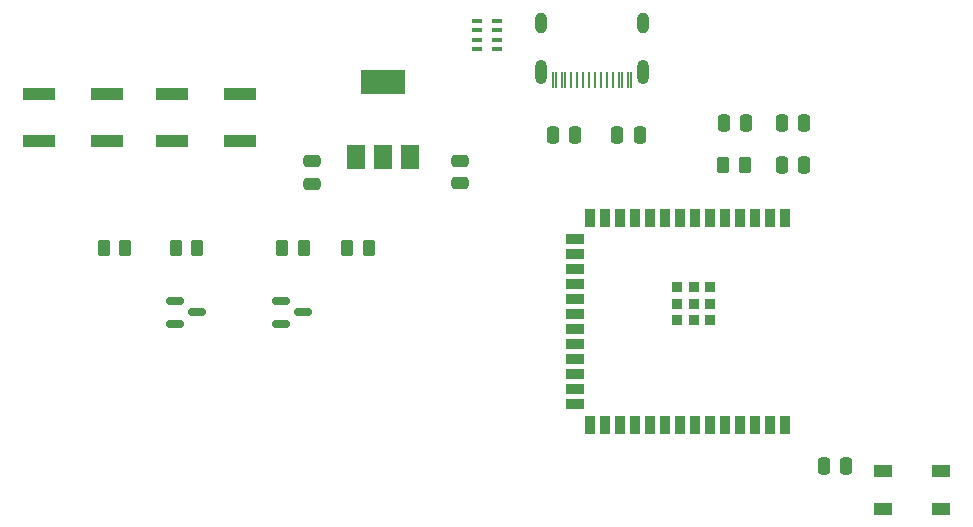
<source format=gbr>
%TF.GenerationSoftware,KiCad,Pcbnew,(6.0.7)*%
%TF.CreationDate,2022-09-04T12:35:54-05:00*%
%TF.ProjectId,Mechan-o-bell_PCB,4d656368-616e-42d6-9f2d-62656c6c5f50,rev?*%
%TF.SameCoordinates,Original*%
%TF.FileFunction,Paste,Top*%
%TF.FilePolarity,Positive*%
%FSLAX46Y46*%
G04 Gerber Fmt 4.6, Leading zero omitted, Abs format (unit mm)*
G04 Created by KiCad (PCBNEW (6.0.7)) date 2022-09-04 12:35:54*
%MOMM*%
%LPD*%
G01*
G04 APERTURE LIST*
G04 Aperture macros list*
%AMRoundRect*
0 Rectangle with rounded corners*
0 $1 Rounding radius*
0 $2 $3 $4 $5 $6 $7 $8 $9 X,Y pos of 4 corners*
0 Add a 4 corners polygon primitive as box body*
4,1,4,$2,$3,$4,$5,$6,$7,$8,$9,$2,$3,0*
0 Add four circle primitives for the rounded corners*
1,1,$1+$1,$2,$3*
1,1,$1+$1,$4,$5*
1,1,$1+$1,$6,$7*
1,1,$1+$1,$8,$9*
0 Add four rect primitives between the rounded corners*
20,1,$1+$1,$2,$3,$4,$5,0*
20,1,$1+$1,$4,$5,$6,$7,0*
20,1,$1+$1,$6,$7,$8,$9,0*
20,1,$1+$1,$8,$9,$2,$3,0*%
G04 Aperture macros list end*
%ADD10R,2.750000X1.000000*%
%ADD11RoundRect,0.250000X-0.250000X-0.475000X0.250000X-0.475000X0.250000X0.475000X-0.250000X0.475000X0*%
%ADD12RoundRect,0.250000X-0.262500X-0.450000X0.262500X-0.450000X0.262500X0.450000X-0.262500X0.450000X0*%
%ADD13R,0.900000X0.900000*%
%ADD14R,0.900000X1.500000*%
%ADD15R,1.500000X0.900000*%
%ADD16RoundRect,0.250000X-0.475000X0.250000X-0.475000X-0.250000X0.475000X-0.250000X0.475000X0.250000X0*%
%ADD17R,0.900000X0.400000*%
%ADD18RoundRect,0.150000X-0.587500X-0.150000X0.587500X-0.150000X0.587500X0.150000X-0.587500X0.150000X0*%
%ADD19RoundRect,0.250000X0.250000X0.475000X-0.250000X0.475000X-0.250000X-0.475000X0.250000X-0.475000X0*%
%ADD20R,1.500000X1.000000*%
%ADD21R,1.500000X2.000000*%
%ADD22R,3.800000X2.000000*%
%ADD23O,1.000000X1.800000*%
%ADD24O,1.000000X2.100000*%
%ADD25R,0.250000X1.400000*%
G04 APERTURE END LIST*
D10*
%TO.C,SW1*%
X113075000Y-70000000D03*
X107325000Y-70000000D03*
X113075000Y-66000000D03*
X107325000Y-66000000D03*
%TD*%
D11*
%TO.C,C1*%
X146950000Y-69500000D03*
X145050000Y-69500000D03*
%TD*%
D10*
%TO.C,SW2*%
X101875000Y-70000000D03*
X96125000Y-70000000D03*
X101875000Y-66000000D03*
X96125000Y-66000000D03*
%TD*%
D12*
%TO.C,R5*%
X155825000Y-72000000D03*
X154000000Y-72000000D03*
%TD*%
D13*
%TO.C,U2*%
X152940000Y-83750000D03*
X151540000Y-85150000D03*
X150140000Y-85150000D03*
X150140000Y-82350000D03*
X151540000Y-82350000D03*
X152940000Y-85150000D03*
X151540000Y-83750000D03*
X150140000Y-83750000D03*
X152940000Y-82350000D03*
D14*
X159260000Y-94000000D03*
X157990000Y-94000000D03*
X156720000Y-94000000D03*
X155450000Y-94000000D03*
X154180000Y-94000000D03*
X152910000Y-94000000D03*
X151640000Y-94000000D03*
X150370000Y-94000000D03*
X149100000Y-94000000D03*
X147830000Y-94000000D03*
X146560000Y-94000000D03*
X145290000Y-94000000D03*
X144020000Y-94000000D03*
X142750000Y-94000000D03*
D15*
X141500000Y-92235000D03*
X141500000Y-90965000D03*
X141500000Y-89695000D03*
X141500000Y-88425000D03*
X141500000Y-87155000D03*
X141500000Y-85885000D03*
X141500000Y-84615000D03*
X141500000Y-83345000D03*
X141500000Y-82075000D03*
X141500000Y-80805000D03*
X141500000Y-79535000D03*
X141500000Y-78265000D03*
D14*
X142750000Y-76500000D03*
X144020000Y-76500000D03*
X145290000Y-76500000D03*
X146560000Y-76500000D03*
X147830000Y-76500000D03*
X149100000Y-76500000D03*
X150370000Y-76500000D03*
X151640000Y-76500000D03*
X152910000Y-76500000D03*
X154180000Y-76500000D03*
X155450000Y-76500000D03*
X156720000Y-76500000D03*
X157990000Y-76500000D03*
X159260000Y-76500000D03*
%TD*%
D16*
%TO.C,C3*%
X131700000Y-73550000D03*
X131700000Y-71650000D03*
%TD*%
D11*
%TO.C,C8*%
X164450000Y-97500000D03*
X162550000Y-97500000D03*
%TD*%
D17*
%TO.C,RN1*%
X134850000Y-59800000D03*
X134850000Y-60600000D03*
X134850000Y-61400000D03*
X134850000Y-62200000D03*
X133150000Y-62200000D03*
X133150000Y-61400000D03*
X133150000Y-60600000D03*
X133150000Y-59800000D03*
%TD*%
D12*
%TO.C,R3*%
X109500000Y-79000000D03*
X107675000Y-79000000D03*
%TD*%
D18*
%TO.C,Q2*%
X118437500Y-84500000D03*
X116562500Y-85450000D03*
X116562500Y-83550000D03*
%TD*%
D12*
%TO.C,R4*%
X118500000Y-79000000D03*
X116675000Y-79000000D03*
%TD*%
D18*
%TO.C,Q1*%
X109437500Y-84500000D03*
X107562500Y-85450000D03*
X107562500Y-83550000D03*
%TD*%
D11*
%TO.C,C6*%
X155950000Y-68500000D03*
X154050000Y-68500000D03*
%TD*%
D19*
%TO.C,C2*%
X139600000Y-69500000D03*
X141500000Y-69500000D03*
%TD*%
D16*
%TO.C,C4*%
X119200000Y-73600000D03*
X119200000Y-71700000D03*
%TD*%
D12*
%TO.C,R1*%
X103412500Y-79000000D03*
X101587500Y-79000000D03*
%TD*%
%TO.C,R2*%
X124000000Y-79000000D03*
X122175000Y-79000000D03*
%TD*%
D11*
%TO.C,C7*%
X160900000Y-72000000D03*
X159000000Y-72000000D03*
%TD*%
D20*
%TO.C,D1*%
X167550000Y-101100000D03*
X167550000Y-97900000D03*
X172450000Y-97900000D03*
X172450000Y-101100000D03*
%TD*%
D21*
%TO.C,U1*%
X127500000Y-71300000D03*
X125200000Y-71300000D03*
D22*
X125200000Y-65000000D03*
D21*
X122900000Y-71300000D03*
%TD*%
D11*
%TO.C,C5*%
X160900000Y-68500000D03*
X159000000Y-68500000D03*
%TD*%
D23*
%TO.C,P1*%
X147220000Y-60000000D03*
D24*
X138580000Y-64150000D03*
D23*
X138580000Y-60000000D03*
D24*
X147220000Y-64150000D03*
D25*
X145975000Y-64850000D03*
X145175000Y-64850000D03*
X141650000Y-64850000D03*
X143650000Y-64850000D03*
X142150000Y-64850000D03*
X141150000Y-64850000D03*
X140625000Y-64850000D03*
X139825000Y-64850000D03*
X139575000Y-64850000D03*
X140375000Y-64850000D03*
X144650000Y-64850000D03*
X142650000Y-64850000D03*
X143150000Y-64850000D03*
X144150000Y-64850000D03*
X145425000Y-64850000D03*
X146225000Y-64850000D03*
%TD*%
M02*

</source>
